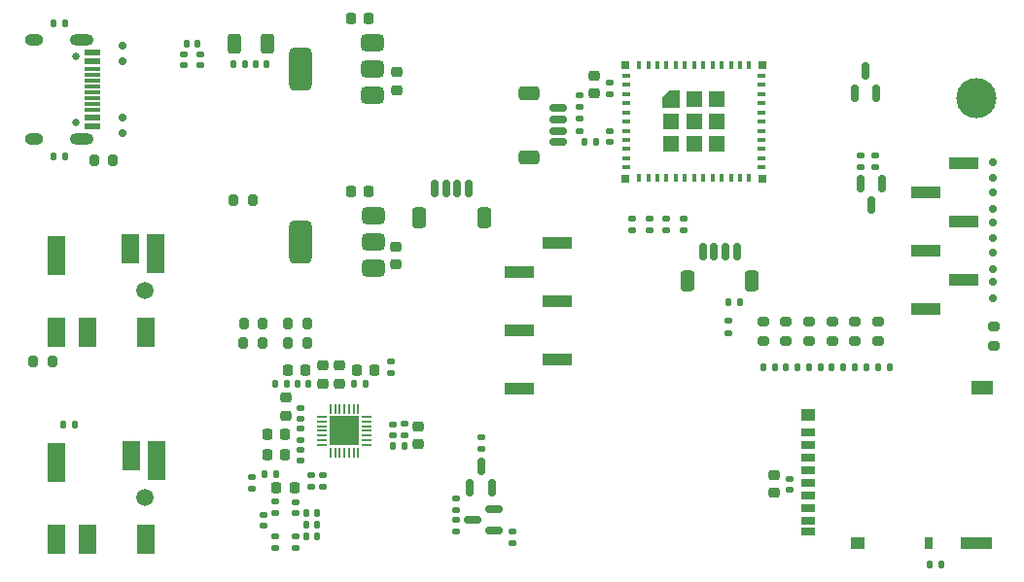
<source format=gbr>
%TF.GenerationSoftware,KiCad,Pcbnew,8.0.8-8.0.8-0~ubuntu24.04.1*%
%TF.CreationDate,2025-05-06T14:12:15+03:00*%
%TF.ProjectId,kicad_soundcard_dev_v0,6b696361-645f-4736-9f75-6e6463617264,rev?*%
%TF.SameCoordinates,Original*%
%TF.FileFunction,Soldermask,Top*%
%TF.FilePolarity,Negative*%
%FSLAX46Y46*%
G04 Gerber Fmt 4.6, Leading zero omitted, Abs format (unit mm)*
G04 Created by KiCad (PCBNEW 8.0.8-8.0.8-0~ubuntu24.04.1) date 2025-05-06 14:12:15*
%MOMM*%
%LPD*%
G01*
G04 APERTURE LIST*
G04 Aperture macros list*
%AMRoundRect*
0 Rectangle with rounded corners*
0 $1 Rounding radius*
0 $2 $3 $4 $5 $6 $7 $8 $9 X,Y pos of 4 corners*
0 Add a 4 corners polygon primitive as box body*
4,1,4,$2,$3,$4,$5,$6,$7,$8,$9,$2,$3,0*
0 Add four circle primitives for the rounded corners*
1,1,$1+$1,$2,$3*
1,1,$1+$1,$4,$5*
1,1,$1+$1,$6,$7*
1,1,$1+$1,$8,$9*
0 Add four rect primitives between the rounded corners*
20,1,$1+$1,$2,$3,$4,$5,0*
20,1,$1+$1,$4,$5,$6,$7,0*
20,1,$1+$1,$6,$7,$8,$9,0*
20,1,$1+$1,$8,$9,$2,$3,0*%
%AMFreePoly0*
4,1,6,0.725000,-0.725000,-0.725000,-0.725000,-0.725000,0.125000,-0.125000,0.725000,0.725000,0.725000,0.725000,-0.725000,0.725000,-0.725000,$1*%
G04 Aperture macros list end*
%ADD10R,0.800000X0.400000*%
%ADD11R,0.400000X0.800000*%
%ADD12FreePoly0,0.000000*%
%ADD13R,1.450000X1.450000*%
%ADD14R,0.700000X0.700000*%
%ADD15RoundRect,0.135000X0.185000X-0.135000X0.185000X0.135000X-0.185000X0.135000X-0.185000X-0.135000X0*%
%ADD16RoundRect,0.140000X-0.170000X0.140000X-0.170000X-0.140000X0.170000X-0.140000X0.170000X0.140000X0*%
%ADD17RoundRect,0.135000X-0.185000X0.135000X-0.185000X-0.135000X0.185000X-0.135000X0.185000X0.135000X0*%
%ADD18RoundRect,0.225000X-0.250000X0.225000X-0.250000X-0.225000X0.250000X-0.225000X0.250000X0.225000X0*%
%ADD19R,2.510000X1.000000*%
%ADD20RoundRect,0.140000X0.140000X0.170000X-0.140000X0.170000X-0.140000X-0.170000X0.140000X-0.170000X0*%
%ADD21RoundRect,0.250000X-0.312500X-0.625000X0.312500X-0.625000X0.312500X0.625000X-0.312500X0.625000X0*%
%ADD22RoundRect,0.150000X0.150000X-0.587500X0.150000X0.587500X-0.150000X0.587500X-0.150000X-0.587500X0*%
%ADD23RoundRect,0.140000X0.170000X-0.140000X0.170000X0.140000X-0.170000X0.140000X-0.170000X-0.140000X0*%
%ADD24RoundRect,0.200000X0.275000X-0.200000X0.275000X0.200000X-0.275000X0.200000X-0.275000X-0.200000X0*%
%ADD25RoundRect,0.135000X-0.135000X-0.185000X0.135000X-0.185000X0.135000X0.185000X-0.135000X0.185000X0*%
%ADD26RoundRect,0.200000X0.200000X0.275000X-0.200000X0.275000X-0.200000X-0.275000X0.200000X-0.275000X0*%
%ADD27RoundRect,0.225000X0.225000X0.250000X-0.225000X0.250000X-0.225000X-0.250000X0.225000X-0.250000X0*%
%ADD28C,1.500000*%
%ADD29R,1.500000X2.500000*%
%ADD30R,1.500000X3.400000*%
%ADD31RoundRect,0.225000X-0.225000X-0.250000X0.225000X-0.250000X0.225000X0.250000X-0.225000X0.250000X0*%
%ADD32RoundRect,0.150000X-0.150000X0.587500X-0.150000X-0.587500X0.150000X-0.587500X0.150000X0.587500X0*%
%ADD33RoundRect,0.150000X0.200000X-0.150000X0.200000X0.150000X-0.200000X0.150000X-0.200000X-0.150000X0*%
%ADD34C,0.650000*%
%ADD35R,1.450000X0.600000*%
%ADD36R,1.450000X0.300000*%
%ADD37O,2.100000X1.000000*%
%ADD38O,1.600000X1.000000*%
%ADD39RoundRect,0.140000X-0.140000X-0.170000X0.140000X-0.170000X0.140000X0.170000X-0.140000X0.170000X0*%
%ADD40RoundRect,0.200000X-0.200000X-0.275000X0.200000X-0.275000X0.200000X0.275000X-0.200000X0.275000X0*%
%ADD41RoundRect,0.135000X0.135000X0.185000X-0.135000X0.185000X-0.135000X-0.185000X0.135000X-0.185000X0*%
%ADD42RoundRect,0.150000X-0.200000X0.150000X-0.200000X-0.150000X0.200000X-0.150000X0.200000X0.150000X0*%
%ADD43RoundRect,0.225000X0.250000X-0.225000X0.250000X0.225000X-0.250000X0.225000X-0.250000X-0.225000X0*%
%ADD44RoundRect,0.147500X0.147500X0.172500X-0.147500X0.172500X-0.147500X-0.172500X0.147500X-0.172500X0*%
%ADD45RoundRect,0.050000X0.387500X0.050000X-0.387500X0.050000X-0.387500X-0.050000X0.387500X-0.050000X0*%
%ADD46RoundRect,0.050000X0.050000X0.387500X-0.050000X0.387500X-0.050000X-0.387500X0.050000X-0.387500X0*%
%ADD47R,2.600000X2.600000*%
%ADD48RoundRect,0.150000X0.150000X0.625000X-0.150000X0.625000X-0.150000X-0.625000X0.150000X-0.625000X0*%
%ADD49RoundRect,0.250000X0.350000X0.650000X-0.350000X0.650000X-0.350000X-0.650000X0.350000X-0.650000X0*%
%ADD50RoundRect,0.375000X0.625000X0.375000X-0.625000X0.375000X-0.625000X-0.375000X0.625000X-0.375000X0*%
%ADD51RoundRect,0.500000X0.500000X1.400000X-0.500000X1.400000X-0.500000X-1.400000X0.500000X-1.400000X0*%
%ADD52RoundRect,0.150000X0.625000X-0.150000X0.625000X0.150000X-0.625000X0.150000X-0.625000X-0.150000X0*%
%ADD53RoundRect,0.250000X0.650000X-0.350000X0.650000X0.350000X-0.650000X0.350000X-0.650000X-0.350000X0*%
%ADD54C,3.500000*%
%ADD55RoundRect,0.150000X0.587500X0.150000X-0.587500X0.150000X-0.587500X-0.150000X0.587500X-0.150000X0*%
%ADD56RoundRect,0.147500X-0.147500X-0.172500X0.147500X-0.172500X0.147500X0.172500X-0.147500X0.172500X0*%
%ADD57R,1.200000X0.700000*%
%ADD58R,0.800000X1.000000*%
%ADD59R,1.200000X1.000000*%
%ADD60R,2.800000X1.000000*%
%ADD61R,1.900000X1.300000*%
G04 APERTURE END LIST*
D10*
%TO.C,U201*%
X192600000Y-67300000D03*
X192600000Y-68100000D03*
X192600000Y-68900000D03*
X192600000Y-69700000D03*
X192600000Y-70500000D03*
X192600000Y-71300000D03*
X192600000Y-72100000D03*
X192600000Y-72900000D03*
X192600000Y-73700000D03*
X192600000Y-74500000D03*
X192600000Y-75300000D03*
D11*
X193700000Y-76200000D03*
X194500000Y-76200000D03*
X195300000Y-76200000D03*
X196100000Y-76200000D03*
X196900000Y-76200000D03*
X197700000Y-76200000D03*
X198500000Y-76200000D03*
X199300000Y-76200000D03*
X200100000Y-76200000D03*
X200900000Y-76200000D03*
X201700000Y-76200000D03*
X202500000Y-76200000D03*
X203300000Y-76200000D03*
D10*
X204400000Y-75300000D03*
X204400000Y-74500000D03*
X204400000Y-73700000D03*
X204400000Y-72900000D03*
X204400000Y-72100000D03*
X204400000Y-71300000D03*
X204400000Y-70500000D03*
X204400000Y-69700000D03*
X204400000Y-68900000D03*
X204400000Y-68100000D03*
X204400000Y-67300000D03*
D11*
X203300000Y-66400000D03*
X202500000Y-66400000D03*
X201700000Y-66400000D03*
X200900000Y-66400000D03*
X200100000Y-66400000D03*
X199300000Y-66400000D03*
X198500000Y-66400000D03*
X197700000Y-66400000D03*
X196900000Y-66400000D03*
X196100000Y-66400000D03*
X195300000Y-66400000D03*
X194500000Y-66400000D03*
X193700000Y-66400000D03*
D12*
X196525000Y-69325000D03*
D13*
X196525000Y-71300000D03*
X196525000Y-73275000D03*
X198500000Y-69325000D03*
X198500000Y-71300000D03*
X198500000Y-73275000D03*
X200475000Y-69325000D03*
X200475000Y-71300000D03*
X200475000Y-73275000D03*
D14*
X204450000Y-66350000D03*
X204450000Y-76250000D03*
X192550000Y-76250000D03*
X192550000Y-66350000D03*
%TD*%
D15*
%TO.C,R202*%
X188500000Y-72100000D03*
X188500000Y-71080000D03*
%TD*%
D16*
%TO.C,C416*%
X166187500Y-102150000D03*
X166187500Y-103110000D03*
%TD*%
D17*
%TO.C,R415*%
X162000000Y-107440000D03*
X162000000Y-108460000D03*
%TD*%
D18*
%TO.C,C106*%
X172630000Y-67015000D03*
X172630000Y-68565000D03*
%TD*%
D17*
%TO.C,R405*%
X196100000Y-79780000D03*
X196100000Y-80800000D03*
%TD*%
D19*
%TO.C,J203*%
X186600000Y-81850000D03*
X183290000Y-84390000D03*
X186600000Y-86930000D03*
X183290000Y-89470000D03*
X186600000Y-92010000D03*
X183290000Y-94550000D03*
%TD*%
D20*
%TO.C,C418*%
X165680000Y-105450000D03*
X164720000Y-105450000D03*
%TD*%
D21*
%TO.C,R106*%
X158465000Y-64520000D03*
X161390000Y-64520000D03*
%TD*%
D16*
%TO.C,C419*%
X161000000Y-105570000D03*
X161000000Y-106530000D03*
%TD*%
D17*
%TO.C,R422*%
X177750000Y-104140000D03*
X177750000Y-105160000D03*
%TD*%
D22*
%TO.C,Q402*%
X179000000Y-103225000D03*
X180900000Y-103225000D03*
X179950000Y-101350000D03*
%TD*%
D23*
%TO.C,C402*%
X172287500Y-98630000D03*
X172287500Y-97670000D03*
%TD*%
D16*
%TO.C,C101*%
X154075000Y-65460000D03*
X154075000Y-66420000D03*
%TD*%
D24*
%TO.C,R216*%
X208500000Y-90425000D03*
X208500000Y-88775000D03*
%TD*%
%TO.C,R221*%
X224600000Y-90825000D03*
X224600000Y-89175000D03*
%TD*%
D20*
%TO.C,C420*%
X165700000Y-107450000D03*
X164740000Y-107450000D03*
%TD*%
D25*
%TO.C,R213*%
X206490000Y-92700000D03*
X207510000Y-92700000D03*
%TD*%
D26*
%TO.C,R420*%
X142625000Y-92200000D03*
X140975000Y-92200000D03*
%TD*%
D17*
%TO.C,R206*%
X212995000Y-74280000D03*
X212995000Y-75300000D03*
%TD*%
D25*
%TO.C,R101*%
X142740000Y-74300000D03*
X143760000Y-74300000D03*
%TD*%
D24*
%TO.C,R219*%
X214500000Y-90400000D03*
X214500000Y-88750000D03*
%TD*%
D18*
%TO.C,C405*%
X162990000Y-95360000D03*
X162990000Y-96910000D03*
%TD*%
D15*
%TO.C,R423*%
X177750000Y-107060000D03*
X177750000Y-106040000D03*
%TD*%
D23*
%TO.C,C411*%
X164190000Y-100850000D03*
X164190000Y-99890000D03*
%TD*%
D18*
%TO.C,C425*%
X167650000Y-92575000D03*
X167650000Y-94125000D03*
%TD*%
D27*
%TO.C,C103*%
X170175000Y-77400000D03*
X168625000Y-77400000D03*
%TD*%
D24*
%TO.C,R217*%
X210500000Y-90425000D03*
X210500000Y-88775000D03*
%TD*%
%TO.C,R214*%
X206500000Y-90425000D03*
X206500000Y-88775000D03*
%TD*%
D17*
%TO.C,R406*%
X194600000Y-79790000D03*
X194600000Y-80810000D03*
%TD*%
%TO.C,R424*%
X179950000Y-98840000D03*
X179950000Y-99860000D03*
%TD*%
D28*
%TO.C,J401*%
X150700000Y-104050000D03*
D29*
X145700000Y-107700000D03*
X150800000Y-107700000D03*
D30*
X143000000Y-101050000D03*
D29*
X143000000Y-107700000D03*
X149500000Y-100400000D03*
D30*
X151700000Y-100850000D03*
%TD*%
D17*
%TO.C,R411*%
X162000000Y-104430000D03*
X162000000Y-105450000D03*
%TD*%
D24*
%TO.C,R218*%
X212500000Y-90425000D03*
X212500000Y-88775000D03*
%TD*%
D17*
%TO.C,R414*%
X159987500Y-102240000D03*
X159987500Y-103260000D03*
%TD*%
D25*
%TO.C,R412*%
X143590000Y-97700000D03*
X144610000Y-97700000D03*
%TD*%
D31*
%TO.C,C423*%
X162150000Y-103250000D03*
X163700000Y-103250000D03*
%TD*%
D26*
%TO.C,R418*%
X160925000Y-90600000D03*
X159275000Y-90600000D03*
%TD*%
D16*
%TO.C,C417*%
X163800000Y-104470000D03*
X163800000Y-105430000D03*
%TD*%
D32*
%TO.C,Q202*%
X214895000Y-76740000D03*
X212995000Y-76740000D03*
X213945000Y-78615000D03*
%TD*%
D18*
%TO.C,C206*%
X205500000Y-102125000D03*
X205500000Y-103675000D03*
%TD*%
D33*
%TO.C,D101*%
X148750000Y-64650000D03*
X148750000Y-66050000D03*
%TD*%
D27*
%TO.C,C105*%
X170175000Y-62350000D03*
X168625000Y-62350000D03*
%TD*%
D17*
%TO.C,R404*%
X197600000Y-79790000D03*
X197600000Y-80810000D03*
%TD*%
D16*
%TO.C,C207*%
X206800000Y-102420000D03*
X206800000Y-103380000D03*
%TD*%
D34*
%TO.C,J101*%
X144640000Y-65610000D03*
X144640000Y-71390000D03*
D35*
X146085000Y-65250000D03*
X146085000Y-66050000D03*
D36*
X146085000Y-67250000D03*
X146085000Y-68250000D03*
X146085000Y-68750000D03*
X146085000Y-69750000D03*
D35*
X146085000Y-70950000D03*
X146085000Y-71750000D03*
X146085000Y-71750000D03*
X146085000Y-70950000D03*
D36*
X146085000Y-70250000D03*
X146085000Y-69250000D03*
X146085000Y-67750000D03*
X146085000Y-66750000D03*
D35*
X146085000Y-66050000D03*
X146085000Y-65250000D03*
D37*
X145170000Y-64180000D03*
D38*
X140990000Y-64180000D03*
D37*
X145170000Y-72820000D03*
D38*
X140990000Y-72820000D03*
%TD*%
D19*
%TO.C,J202*%
X218700000Y-87660000D03*
X222010000Y-85120000D03*
X218700000Y-82580000D03*
X222010000Y-80040000D03*
X218700000Y-77500000D03*
X222010000Y-74960000D03*
%TD*%
D39*
%TO.C,C422*%
X164740000Y-106450000D03*
X165700000Y-106450000D03*
%TD*%
D40*
%TO.C,R416*%
X163150000Y-90600000D03*
X164800000Y-90600000D03*
%TD*%
D41*
%TO.C,R413*%
X162110000Y-102050000D03*
X161090000Y-102050000D03*
%TD*%
D23*
%TO.C,C205*%
X191150000Y-73100000D03*
X191150000Y-72140000D03*
%TD*%
D42*
%TO.C,D201*%
X224500000Y-86680000D03*
X224500000Y-85280000D03*
%TD*%
D41*
%TO.C,R403*%
X163085000Y-94175000D03*
X162065000Y-94175000D03*
%TD*%
D25*
%TO.C,R204*%
X201460000Y-87070000D03*
X202480000Y-87070000D03*
%TD*%
D43*
%TO.C,C401*%
X174487500Y-99425000D03*
X174487500Y-97875000D03*
%TD*%
D26*
%TO.C,R419*%
X160950000Y-88900000D03*
X159300000Y-88900000D03*
%TD*%
D44*
%TO.C,D103*%
X161300000Y-66320000D03*
X160330000Y-66320000D03*
%TD*%
D33*
%TO.C,D202*%
X224500000Y-82760000D03*
X224500000Y-84160000D03*
%TD*%
D40*
%TO.C,R103*%
X146275000Y-74650000D03*
X147925000Y-74650000D03*
%TD*%
D27*
%TO.C,C412*%
X162882500Y-100320000D03*
X161332500Y-100320000D03*
%TD*%
D40*
%TO.C,R417*%
X163150000Y-88900000D03*
X164800000Y-88900000D03*
%TD*%
D16*
%TO.C,C415*%
X165187500Y-102150000D03*
X165187500Y-103110000D03*
%TD*%
D45*
%TO.C,U401*%
X169987500Y-99450000D03*
X169987500Y-99050000D03*
X169987500Y-98650000D03*
X169987500Y-98250000D03*
X169987500Y-97850000D03*
X169987500Y-97450000D03*
X169987500Y-97050000D03*
D46*
X169250000Y-96312500D03*
X168850000Y-96312500D03*
X168450000Y-96312500D03*
X168050000Y-96312500D03*
X167650000Y-96312500D03*
X167250000Y-96312500D03*
X166850000Y-96312500D03*
D45*
X166112500Y-97050000D03*
X166112500Y-97450000D03*
X166112500Y-97850000D03*
X166112500Y-98250000D03*
X166112500Y-98650000D03*
X166112500Y-99050000D03*
X166112500Y-99450000D03*
D46*
X166850000Y-100187500D03*
X167250000Y-100187500D03*
X167650000Y-100187500D03*
X168050000Y-100187500D03*
X168450000Y-100187500D03*
X168850000Y-100187500D03*
X169250000Y-100187500D03*
D47*
X168050000Y-98250000D03*
%TD*%
D15*
%TO.C,R203*%
X201500000Y-89710000D03*
X201500000Y-88690000D03*
%TD*%
D23*
%TO.C,C202*%
X191150000Y-68880000D03*
X191150000Y-67920000D03*
%TD*%
D48*
%TO.C,J206*%
X202250000Y-82625000D03*
X201250000Y-82625000D03*
X200250000Y-82625000D03*
X199250000Y-82625000D03*
D49*
X203550000Y-85150000D03*
X197950000Y-85150000D03*
%TD*%
D27*
%TO.C,C408*%
X170700000Y-92975000D03*
X169150000Y-92975000D03*
%TD*%
D15*
%TO.C,R205*%
X214295000Y-75300000D03*
X214295000Y-74280000D03*
%TD*%
D25*
%TO.C,R208*%
X214480000Y-92700000D03*
X215500000Y-92700000D03*
%TD*%
D50*
%TO.C,U102*%
X170530000Y-69027500D03*
X170530000Y-66727500D03*
D51*
X164230000Y-66727500D03*
D50*
X170530000Y-64427500D03*
%TD*%
D25*
%TO.C,R211*%
X208490000Y-92700000D03*
X209510000Y-92700000D03*
%TD*%
D16*
%TO.C,C102*%
X155475000Y-65440000D03*
X155475000Y-66400000D03*
%TD*%
D17*
%TO.C,R402*%
X173287500Y-97640000D03*
X173287500Y-98660000D03*
%TD*%
D52*
%TO.C,J205*%
X186625000Y-73100000D03*
X186625000Y-72100000D03*
X186625000Y-71100000D03*
X186625000Y-70100000D03*
D53*
X184100000Y-74400000D03*
X184100000Y-68800000D03*
%TD*%
D48*
%TO.C,J204*%
X178900000Y-77175000D03*
X177900000Y-77175000D03*
X176900000Y-77175000D03*
X175900000Y-77175000D03*
D49*
X180200000Y-79700000D03*
X174600000Y-79700000D03*
%TD*%
D25*
%TO.C,R210*%
X210480000Y-92700000D03*
X211500000Y-92700000D03*
%TD*%
D31*
%TO.C,C403*%
X163125000Y-92975000D03*
X164675000Y-92975000D03*
%TD*%
D40*
%TO.C,R105*%
X158425000Y-78150000D03*
X160075000Y-78150000D03*
%TD*%
D54*
%TO.C,H1*%
X223100000Y-69300000D03*
%TD*%
D17*
%TO.C,R408*%
X172100000Y-92240000D03*
X172100000Y-93260000D03*
%TD*%
D41*
%TO.C,R207*%
X190010000Y-73100000D03*
X188990000Y-73100000D03*
%TD*%
D22*
%TO.C,Q201*%
X212450000Y-68800000D03*
X214350000Y-68800000D03*
X213400000Y-66925000D03*
%TD*%
D16*
%TO.C,C406*%
X164190000Y-96255000D03*
X164190000Y-97215000D03*
%TD*%
D18*
%TO.C,C104*%
X172550000Y-82225000D03*
X172550000Y-83775000D03*
%TD*%
D33*
%TO.C,D204*%
X224500000Y-77480000D03*
X224500000Y-78880000D03*
%TD*%
D23*
%TO.C,C409*%
X164190000Y-99030000D03*
X164190000Y-98070000D03*
%TD*%
D42*
%TO.C,D203*%
X224500000Y-81480000D03*
X224500000Y-80080000D03*
%TD*%
%TO.C,D102*%
X148750000Y-72350000D03*
X148750000Y-70950000D03*
%TD*%
D24*
%TO.C,R215*%
X204500000Y-90425000D03*
X204500000Y-88775000D03*
%TD*%
D50*
%TO.C,U101*%
X170550000Y-84100000D03*
X170550000Y-81800000D03*
D51*
X164250000Y-81800000D03*
D50*
X170550000Y-79500000D03*
%TD*%
D17*
%TO.C,R421*%
X182650000Y-107050000D03*
X182650000Y-108070000D03*
%TD*%
D25*
%TO.C,R102*%
X142740000Y-62700000D03*
X143760000Y-62700000D03*
%TD*%
%TO.C,R220*%
X218970000Y-109895000D03*
X219990000Y-109895000D03*
%TD*%
D17*
%TO.C,R407*%
X193100000Y-79790000D03*
X193100000Y-80810000D03*
%TD*%
D42*
%TO.C,D205*%
X224500000Y-76220000D03*
X224500000Y-74820000D03*
%TD*%
D43*
%TO.C,C201*%
X189800000Y-68875000D03*
X189800000Y-67325000D03*
%TD*%
D17*
%TO.C,R201*%
X188500000Y-69040000D03*
X188500000Y-70060000D03*
%TD*%
D16*
%TO.C,C421*%
X163800000Y-107470000D03*
X163800000Y-108430000D03*
%TD*%
D20*
%TO.C,C407*%
X169880000Y-94175000D03*
X168920000Y-94175000D03*
%TD*%
D55*
%TO.C,Q401*%
X181087500Y-106937500D03*
X181087500Y-105037500D03*
X179212500Y-105987500D03*
%TD*%
D39*
%TO.C,C404*%
X163945000Y-94175000D03*
X164905000Y-94175000D03*
%TD*%
D18*
%TO.C,C424*%
X166175000Y-92575000D03*
X166175000Y-94125000D03*
%TD*%
D25*
%TO.C,R104*%
X158417500Y-66320000D03*
X159437500Y-66320000D03*
%TD*%
D28*
%TO.C,J402*%
X150650000Y-86000000D03*
D29*
X145650000Y-89650000D03*
X150750000Y-89650000D03*
D30*
X142950000Y-83000000D03*
D29*
X142950000Y-89650000D03*
X149450000Y-82350000D03*
D30*
X151650000Y-82800000D03*
%TD*%
D25*
%TO.C,R209*%
X212490000Y-92700000D03*
X213510000Y-92700000D03*
%TD*%
D56*
%TO.C,L101*%
X154290000Y-64520000D03*
X155260000Y-64520000D03*
%TD*%
D25*
%TO.C,R212*%
X204490000Y-92700000D03*
X205510000Y-92700000D03*
%TD*%
%TO.C,R401*%
X172277500Y-99550000D03*
X173297500Y-99550000D03*
%TD*%
D31*
%TO.C,C410*%
X161335000Y-98540000D03*
X162885000Y-98540000D03*
%TD*%
D57*
%TO.C,J201*%
X208450000Y-98400000D03*
X208450000Y-99500000D03*
X208450000Y-100600000D03*
X208450000Y-101700000D03*
X208450000Y-102800000D03*
X208450000Y-103900000D03*
X208450000Y-105000000D03*
X208450000Y-106100000D03*
X208450000Y-107050000D03*
D58*
X218950000Y-108000000D03*
D59*
X212750000Y-108000000D03*
D60*
X223100000Y-108000000D03*
D59*
X208450000Y-96850000D03*
D61*
X223550000Y-94500000D03*
%TD*%
M02*

</source>
